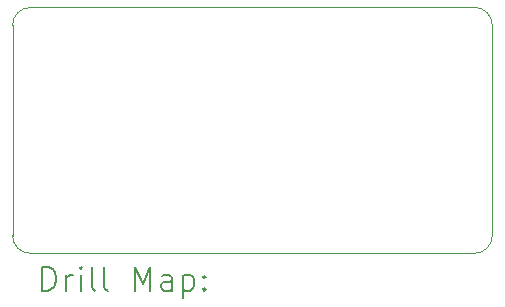
<source format=gbr>
%FSLAX45Y45*%
G04 Gerber Fmt 4.5, Leading zero omitted, Abs format (unit mm)*
G04 Created by KiCad (PCBNEW 5.99.0-unknown-50e22de3ba~95~ubuntu20.04.1) date 2021-01-20 19:32:31*
%MOMM*%
%LPD*%
G01*
G04 APERTURE LIST*
%TA.AperFunction,Profile*%
%ADD10C,0.100000*%
%TD*%
%ADD11C,0.200000*%
G04 APERTURE END LIST*
D10*
X16534700Y-7797000D02*
G75*
G03*
X16684700Y-7647000I0J150000D01*
G01*
X16534700Y-7797000D02*
X12773800Y-7797800D01*
X16684700Y-5865000D02*
X16684700Y-7647000D01*
X16684700Y-5865000D02*
G75*
G03*
X16534700Y-5715000I-150000J0D01*
G01*
X12623800Y-7647800D02*
G75*
G03*
X12773800Y-7797800I150000J0D01*
G01*
X12773800Y-5715800D02*
X16534700Y-5715000D01*
X12623800Y-7647800D02*
X12623800Y-5865800D01*
X12773800Y-5715800D02*
G75*
G03*
X12623800Y-5865800I0J-150000D01*
G01*
D11*
X12876419Y-8113276D02*
X12876419Y-7913276D01*
X12924038Y-7913276D01*
X12952609Y-7922800D01*
X12971657Y-7941848D01*
X12981181Y-7960895D01*
X12990705Y-7998990D01*
X12990705Y-8027562D01*
X12981181Y-8065657D01*
X12971657Y-8084705D01*
X12952609Y-8103752D01*
X12924038Y-8113276D01*
X12876419Y-8113276D01*
X13076419Y-8113276D02*
X13076419Y-7979943D01*
X13076419Y-8018038D02*
X13085943Y-7998990D01*
X13095467Y-7989467D01*
X13114514Y-7979943D01*
X13133562Y-7979943D01*
X13200228Y-8113276D02*
X13200228Y-7979943D01*
X13200228Y-7913276D02*
X13190705Y-7922800D01*
X13200228Y-7932324D01*
X13209752Y-7922800D01*
X13200228Y-7913276D01*
X13200228Y-7932324D01*
X13324038Y-8113276D02*
X13304990Y-8103752D01*
X13295467Y-8084705D01*
X13295467Y-7913276D01*
X13428800Y-8113276D02*
X13409752Y-8103752D01*
X13400228Y-8084705D01*
X13400228Y-7913276D01*
X13657371Y-8113276D02*
X13657371Y-7913276D01*
X13724038Y-8056133D01*
X13790705Y-7913276D01*
X13790705Y-8113276D01*
X13971657Y-8113276D02*
X13971657Y-8008514D01*
X13962133Y-7989467D01*
X13943086Y-7979943D01*
X13904990Y-7979943D01*
X13885943Y-7989467D01*
X13971657Y-8103752D02*
X13952609Y-8113276D01*
X13904990Y-8113276D01*
X13885943Y-8103752D01*
X13876419Y-8084705D01*
X13876419Y-8065657D01*
X13885943Y-8046609D01*
X13904990Y-8037086D01*
X13952609Y-8037086D01*
X13971657Y-8027562D01*
X14066895Y-7979943D02*
X14066895Y-8179943D01*
X14066895Y-7989467D02*
X14085943Y-7979943D01*
X14124038Y-7979943D01*
X14143086Y-7989467D01*
X14152609Y-7998990D01*
X14162133Y-8018038D01*
X14162133Y-8075181D01*
X14152609Y-8094228D01*
X14143086Y-8103752D01*
X14124038Y-8113276D01*
X14085943Y-8113276D01*
X14066895Y-8103752D01*
X14247848Y-8094228D02*
X14257371Y-8103752D01*
X14247848Y-8113276D01*
X14238324Y-8103752D01*
X14247848Y-8094228D01*
X14247848Y-8113276D01*
X14247848Y-7989467D02*
X14257371Y-7998990D01*
X14247848Y-8008514D01*
X14238324Y-7998990D01*
X14247848Y-7989467D01*
X14247848Y-8008514D01*
M02*

</source>
